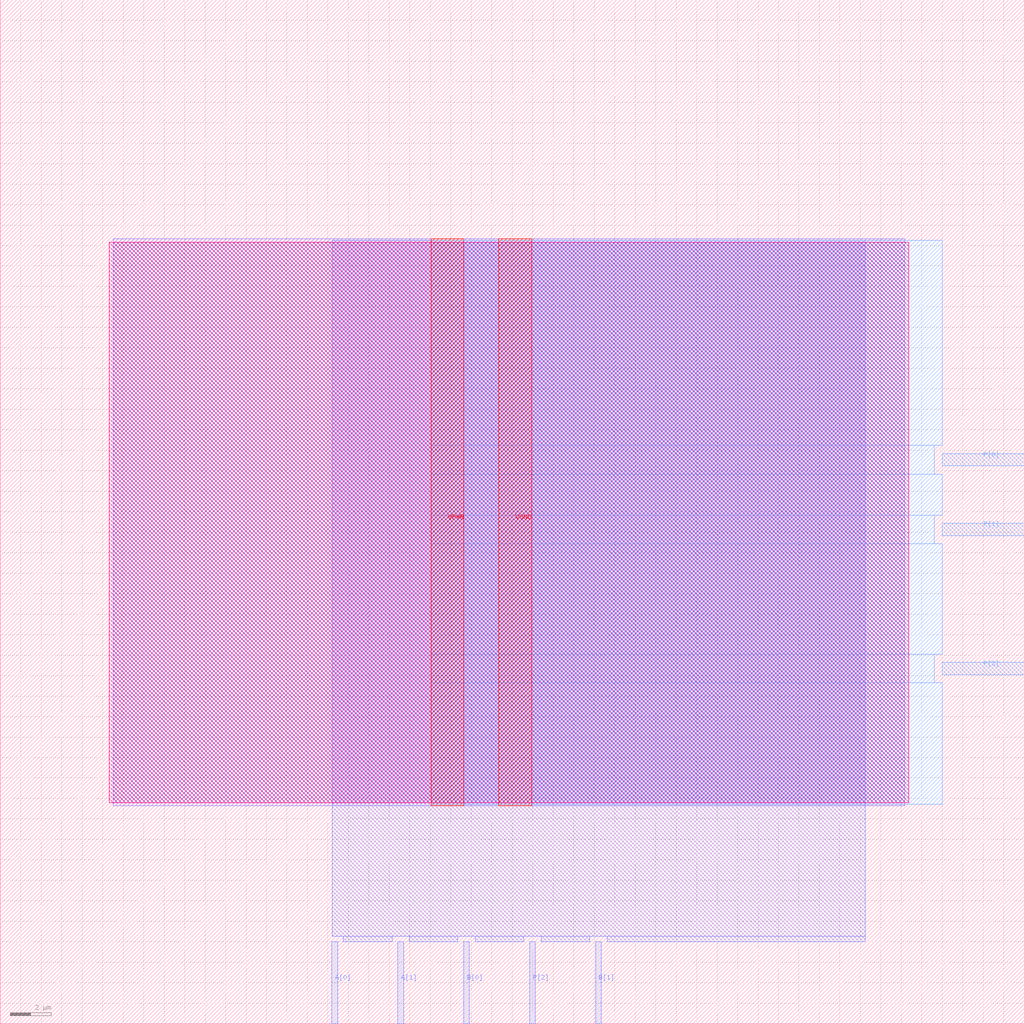
<source format=lef>
VERSION 5.7 ;
  NOWIREEXTENSIONATPIN ON ;
  DIVIDERCHAR "/" ;
  BUSBITCHARS "[]" ;
MACRO e9_SARSA_nSteps_INDEPENDIENTES
  CLASS BLOCK ;
  FOREIGN e9_SARSA_nSteps_INDEPENDIENTES ;
  ORIGIN 0.000 0.000 ;
  SIZE 50.000 BY 50.000 ;
  PIN A[0]
    DIRECTION INPUT ;
    USE SIGNAL ;
    ANTENNAGATEAREA 0.196500 ;
    PORT
      LAYER met2 ;
        RECT 16.190 0.000 16.470 4.000 ;
    END
  END A[0]
  PIN A[1]
    DIRECTION INPUT ;
    USE SIGNAL ;
    ANTENNAGATEAREA 0.196500 ;
    PORT
      LAYER met2 ;
        RECT 19.410 0.000 19.690 4.000 ;
    END
  END A[1]
  PIN B[0]
    DIRECTION INPUT ;
    USE SIGNAL ;
    ANTENNAGATEAREA 0.196500 ;
    PORT
      LAYER met2 ;
        RECT 22.630 0.000 22.910 4.000 ;
    END
  END B[0]
  PIN B[1]
    DIRECTION INPUT ;
    USE SIGNAL ;
    ANTENNAGATEAREA 0.196500 ;
    PORT
      LAYER met2 ;
        RECT 29.070 0.000 29.350 4.000 ;
    END
  END B[1]
  PIN P[0]
    DIRECTION OUTPUT ;
    USE SIGNAL ;
    ANTENNADIFFAREA 0.445500 ;
    PORT
      LAYER met3 ;
        RECT 46.000 27.240 50.000 27.840 ;
    END
  END P[0]
  PIN P[1]
    DIRECTION OUTPUT ;
    USE SIGNAL ;
    ANTENNADIFFAREA 0.445500 ;
    PORT
      LAYER met3 ;
        RECT 46.000 23.840 50.000 24.440 ;
    END
  END P[1]
  PIN P[2]
    DIRECTION OUTPUT ;
    USE SIGNAL ;
    ANTENNADIFFAREA 0.445500 ;
    PORT
      LAYER met2 ;
        RECT 25.850 0.000 26.130 4.000 ;
    END
  END P[2]
  PIN P[3]
    DIRECTION OUTPUT ;
    USE SIGNAL ;
    ANTENNADIFFAREA 0.445500 ;
    PORT
      LAYER met3 ;
        RECT 46.000 17.040 50.000 17.640 ;
    END
  END P[3]
  PIN VGND
    DIRECTION INOUT ;
    USE GROUND ;
    PORT
      LAYER met4 ;
        RECT 24.340 10.640 25.940 38.320 ;
    END
  END VGND
  PIN VPWR
    DIRECTION INOUT ;
    USE POWER ;
    PORT
      LAYER met4 ;
        RECT 21.040 10.640 22.640 38.320 ;
    END
  END VPWR
  OBS
      LAYER nwell ;
        RECT 5.330 10.795 44.350 38.165 ;
      LAYER li1 ;
        RECT 5.520 10.795 44.160 38.165 ;
      LAYER met1 ;
        RECT 5.520 10.640 44.160 38.320 ;
      LAYER met2 ;
        RECT 16.200 4.280 42.230 38.265 ;
        RECT 16.750 4.000 19.130 4.280 ;
        RECT 19.970 4.000 22.350 4.280 ;
        RECT 23.190 4.000 25.570 4.280 ;
        RECT 26.410 4.000 28.790 4.280 ;
        RECT 29.630 4.000 42.230 4.280 ;
      LAYER met3 ;
        RECT 21.050 28.240 46.000 38.245 ;
        RECT 21.050 26.840 45.600 28.240 ;
        RECT 21.050 24.840 46.000 26.840 ;
        RECT 21.050 23.440 45.600 24.840 ;
        RECT 21.050 18.040 46.000 23.440 ;
        RECT 21.050 16.640 45.600 18.040 ;
        RECT 21.050 10.715 46.000 16.640 ;
  END
END e9_SARSA_nSteps_INDEPENDIENTES
END LIBRARY


</source>
